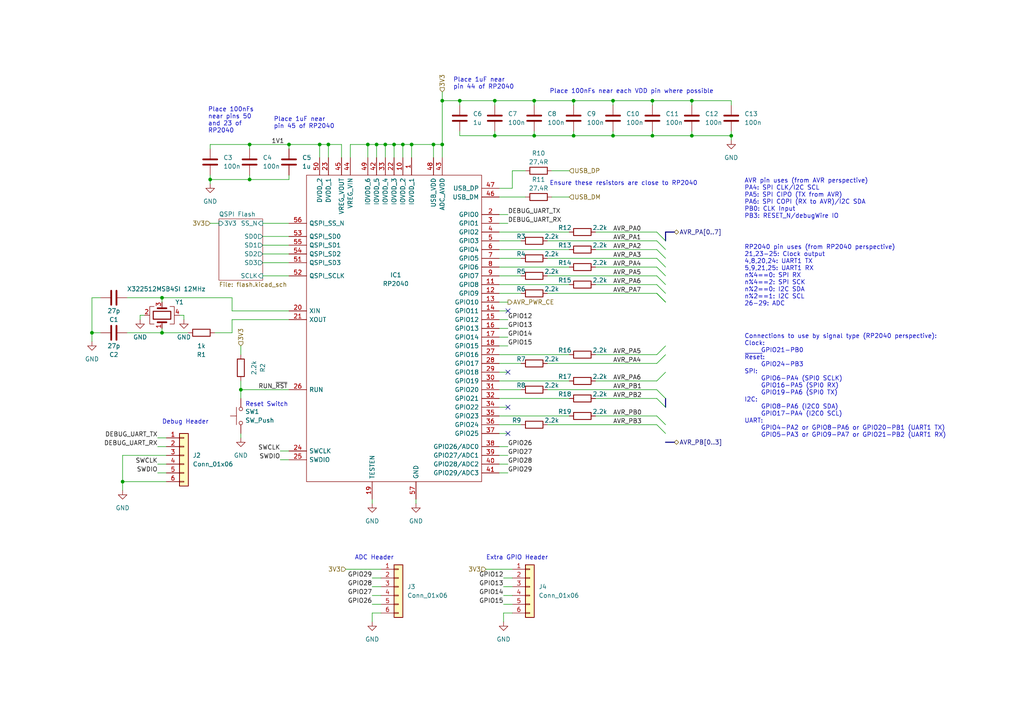
<source format=kicad_sch>
(kicad_sch (version 20210621) (generator eeschema)
  (paper "A4")
  (title_block (title "SUCSS Hardware Hacker"))
  (lib_symbols
    (symbol "Connector_Generic:Conn_01x06" (pin_names (offset 1.016) hide)
      (property "Reference" "J" (at 0 7.62 0))
      (property "Value" "Conn_01x06" (at 0 -10.16 0))
      (symbol "Conn_01x06_1_1"
        (rectangle (start -1.27 -7.493) (end 0 -7.747) (stroke (width 0.1524)))
        (rectangle (start -1.27 -4.953) (end 0 -5.207) (stroke (width 0.1524)))
        (rectangle (start -1.27 -2.413) (end 0 -2.667) (stroke (width 0.1524)))
        (rectangle (start -1.27 0.127) (end 0 -0.127) (stroke (width 0.1524)))
        (rectangle (start -1.27 2.667) (end 0 2.413) (stroke (width 0.1524)))
        (rectangle (start -1.27 5.207) (end 0 4.953) (stroke (width 0.1524)))
        (rectangle (start -1.27 6.35) (end 1.27 -8.89) (stroke (width 0.254)) (fill (type background)))
        (pin passive line (at -5.08 5.08 0) (length 3.81) (name "Pin_1") (number "1"))
        (pin passive line (at -5.08 2.54 0) (length 3.81) (name "Pin_2") (number "2"))
        (pin passive line (at -5.08 0 0) (length 3.81) (name "Pin_3") (number "3"))
        (pin passive line (at -5.08 -2.54 0) (length 3.81) (name "Pin_4") (number "4"))
        (pin passive line (at -5.08 -5.08 0) (length 3.81) (name "Pin_5") (number "5"))
        (pin passive line (at -5.08 -7.62 0) (length 3.81) (name "Pin_6") (number "6"))
      )
    )
    (symbol "Device:C" (pin_numbers hide) (pin_names (offset 0.254))
      (property "Reference" "C" (at 0.635 2.54 0))
      (property "Value" "C" (at 0.635 -2.54 0))
      (symbol "C_0_1"
        (polyline (pts (xy -2.032 -0.762) (xy 2.032 -0.762)) (stroke (width 0.508)))
        (polyline (pts (xy -2.032 0.762) (xy 2.032 0.762)) (stroke (width 0.508)))
      )
      (symbol "C_1_1"
        (pin passive line (at 0 3.81 270) (length 2.794) (name "~") (number "1"))
        (pin passive line (at 0 -3.81 90) (length 2.794) (name "~") (number "2"))
      )
    )
    (symbol "Device:Crystal_GND24" (pin_names (offset 1.016) hide)
      (property "Reference" "Y" (at 3.175 5.08 0))
      (property "Value" "Crystal_GND24" (at 3.175 3.175 0))
      (symbol "Crystal_GND24_0_1"
        (rectangle (start -1.143 2.54) (end 1.143 -2.54) (stroke (width 0.3048)))
        (polyline (pts (xy -2.54 0) (xy -2.032 0)))
        (polyline (pts (xy -2.032 -1.27) (xy -2.032 1.27)) (stroke (width 0.508)))
        (polyline (pts (xy 0 -3.81) (xy 0 -3.556)))
        (polyline (pts (xy 0 3.556) (xy 0 3.81)))
        (polyline (pts (xy 2.032 -1.27) (xy 2.032 1.27)) (stroke (width 0.508)))
        (polyline (pts (xy 2.032 0) (xy 2.54 0)))
        (polyline (pts (xy -2.54 -2.286) (xy -2.54 -3.556) (xy 2.54 -3.556) (xy 2.54 -2.286)))
        (polyline (pts (xy -2.54 2.286) (xy -2.54 3.556) (xy 2.54 3.556) (xy 2.54 2.286)))
      )
      (symbol "Crystal_GND24_1_1"
        (pin passive line (at -3.81 0 0) (length 1.27) (name "1") (number "1"))
        (pin passive line (at 0 5.08 270) (length 1.27) (name "2") (number "2"))
        (pin passive line (at 3.81 0 180) (length 1.27) (name "3") (number "3"))
        (pin passive line (at 0 -5.08 90) (length 1.27) (name "4") (number "4"))
      )
    )
    (symbol "Device:R" (pin_numbers hide) (pin_names (offset 0))
      (property "Reference" "R" (at 2.032 0 90))
      (property "Value" "R" (at 0 0 90))
      (symbol "R_0_1"
        (rectangle (start -1.016 -2.54) (end 1.016 2.54) (stroke (width 0.254)))
      )
      (symbol "R_1_1"
        (pin passive line (at 0 3.81 270) (length 1.27) (name "~") (number "1"))
        (pin passive line (at 0 -3.81 90) (length 1.27) (name "~") (number "2"))
      )
    )
    (symbol "RP2040:RP2040" (pin_names (offset 0.762))
      (property "Reference" "IC" (at 26.035 50.8 0))
      (property "Value" "RP2040" (at 26.035 48.26 0))
      (symbol "RP2040_0_0"
        (pin passive line (at 5.08 49.53 270) (length 5.08) (name "IOVDD_1") (number "1"))
        (pin passive line (at 2.54 49.53 270) (length 5.08) (name "IOVDD_2") (number "10"))
        (pin passive line (at 30.48 12.7 180) (length 5.08) (name "GPIO8") (number "11"))
        (pin passive line (at 30.48 10.16 180) (length 5.08) (name "GPIO9") (number "12"))
        (pin passive line (at 30.48 7.62 180) (length 5.08) (name "GPIO10") (number "13"))
        (pin passive line (at 30.48 5.08 180) (length 5.08) (name "GPIO11") (number "14"))
        (pin passive line (at 30.48 2.54 180) (length 5.08) (name "GPIO12") (number "15"))
        (pin passive line (at 30.48 0 180) (length 5.08) (name "GPIO13") (number "16"))
        (pin passive line (at 30.48 -2.54 180) (length 5.08) (name "GPIO14") (number "17"))
        (pin passive line (at 30.48 -5.08 180) (length 5.08) (name "GPIO15") (number "18"))
        (pin passive line (at -6.35 -49.53 90) (length 5.08) (name "TESTEN") (number "19"))
        (pin passive line (at 30.48 33.02 180) (length 5.08) (name "GPIO0") (number "2"))
        (pin passive line (at -30.48 5.08 0) (length 5.08) (name "XIN") (number "20"))
        (pin passive line (at -30.48 2.54 0) (length 5.08) (name "XOUT") (number "21"))
        (pin passive line (at 0 49.53 270) (length 5.08) (name "IOVDD_3") (number "22"))
        (pin passive line (at -19.05 49.53 270) (length 5.08) (name "DVDD_1") (number "23"))
        (pin passive line (at -30.48 -35.56 0) (length 5.08) (name "SWCLK") (number "24"))
        (pin passive line (at -30.48 -38.1 0) (length 5.08) (name "SWDIO") (number "25"))
        (pin passive line (at -30.48 -17.78 0) (length 5.08) (name "RUN") (number "26"))
        (pin passive line (at 30.48 -7.62 180) (length 5.08) (name "GPIO16") (number "27"))
        (pin passive line (at 30.48 -10.16 180) (length 5.08) (name "GPIO17") (number "28"))
        (pin passive line (at 30.48 -12.7 180) (length 5.08) (name "GPIO18") (number "29"))
        (pin passive line (at 30.48 30.48 180) (length 5.08) (name "GPIO1") (number "3"))
        (pin passive line (at 30.48 -15.24 180) (length 5.08) (name "GPIO19") (number "30"))
        (pin passive line (at 30.48 -17.78 180) (length 5.08) (name "GPIO20") (number "31"))
        (pin passive line (at 30.48 -20.32 180) (length 5.08) (name "GPIO21") (number "32"))
        (pin passive line (at -2.54 49.53 270) (length 5.08) (name "IOVDD_4") (number "33"))
        (pin passive line (at 30.48 -22.86 180) (length 5.08) (name "GPIO22") (number "34"))
        (pin passive line (at 30.48 -25.4 180) (length 5.08) (name "GPIO23") (number "35"))
        (pin passive line (at 30.48 -27.94 180) (length 5.08) (name "GPIO24") (number "36"))
        (pin passive line (at 30.48 -30.48 180) (length 5.08) (name "GPIO25") (number "37"))
        (pin passive line (at 30.48 -34.29 180) (length 5.08) (name "GPIO26/ADC0") (number "38"))
        (pin passive line (at 30.48 -36.83 180) (length 5.08) (name "GPIO27/ADC1") (number "39"))
        (pin passive line (at 30.48 27.94 180) (length 5.08) (name "GPIO2") (number "4"))
        (pin passive line (at 30.48 -39.37 180) (length 5.08) (name "GPIO28/ADC2") (number "40"))
        (pin passive line (at 30.48 -41.91 180) (length 5.08) (name "GPIO29/ADC3") (number "41"))
        (pin passive line (at -5.08 49.53 270) (length 5.08) (name "IOVDD_5") (number "42"))
        (pin passive line (at 13.97 49.53 270) (length 5.08) (name "ADC_AVDD") (number "43"))
        (pin passive line (at -12.7 49.53 270) (length 5.08) (name "VREG_VIN") (number "44"))
        (pin passive line (at -15.24 49.53 270) (length 5.08) (name "VREG_VOUT") (number "45"))
        (pin passive line (at 30.48 38.1 180) (length 5.08) (name "USB_DM") (number "46"))
        (pin passive line (at 30.48 40.64 180) (length 5.08) (name "USB_DP") (number "47"))
        (pin passive line (at 11.43 49.53 270) (length 5.08) (name "USB_VDD") (number "48"))
        (pin passive line (at -7.62 49.53 270) (length 5.08) (name "IOVDD_6") (number "49"))
        (pin passive line (at 30.48 25.4 180) (length 5.08) (name "GPIO3") (number "5"))
        (pin passive line (at -21.59 49.53 270) (length 5.08) (name "DVDD_2") (number "50"))
        (pin passive line (at -30.48 19.05 0) (length 5.08) (name "QSPI_SD3") (number "51"))
        (pin passive line (at -30.48 15.24 0) (length 5.08) (name "QSPI_SCLK") (number "52"))
        (pin passive line (at -30.48 26.67 0) (length 5.08) (name "QSPI_SD0") (number "53"))
        (pin passive line (at -30.48 21.59 0) (length 5.08) (name "QSPI_SD2") (number "54"))
        (pin passive line (at -30.48 24.13 0) (length 5.08) (name "QSPI_SD1") (number "55"))
        (pin passive line (at -30.48 30.48 0) (length 5.08) (name "QSPI_SS_N") (number "56"))
        (pin passive line (at 6.35 -49.53 90) (length 5.08) (name "GND") (number "57"))
        (pin passive line (at 30.48 22.86 180) (length 5.08) (name "GPIO4") (number "6"))
        (pin passive line (at 30.48 20.32 180) (length 5.08) (name "GPIO5") (number "7"))
        (pin passive line (at 30.48 17.78 180) (length 5.08) (name "GPIO6") (number "8"))
        (pin passive line (at 30.48 15.24 180) (length 5.08) (name "GPIO7") (number "9"))
      )
      (symbol "RP2040_0_1"
        (polyline (pts (xy -25.4 44.45) (xy 25.4 44.45) (xy 25.4 -44.45) (xy -25.4 -44.45) (xy -25.4 44.45)) (stroke (width 0.1524)))
      )
    )
    (symbol "Switch:SW_Push" (pin_numbers hide) (pin_names (offset 1.016) hide)
      (property "Reference" "SW" (at 1.27 2.54 0))
      (property "Value" "SW_Push" (at 0 -1.524 0))
      (symbol "SW_Push_0_1"
        (circle (center -2.032 0) (radius 0.508))
        (circle (center 2.032 0) (radius 0.508))
        (polyline (pts (xy 0 1.27) (xy 0 3.048)))
        (polyline (pts (xy 2.54 1.27) (xy -2.54 1.27)))
        (pin passive line (at -5.08 0 0) (length 2.54) (name "1") (number "1"))
        (pin passive line (at 5.08 0 180) (length 2.54) (name "2") (number "2"))
      )
    )
    (symbol "power:GND" (power) (pin_names (offset 0))
      (property "Value" "GND" (at 0 -3.81 0))
      (symbol "GND_0_1"
        (polyline (pts (xy 0 0) (xy 0 -1.27) (xy 1.27 -1.27) (xy 0 -2.54) (xy -1.27 -1.27) (xy 0 -1.27)))
      )
      (symbol "GND_1_1"
        (pin power_in line (at 0 0 270) (length 0) hide (name "GND") (number "1"))
      )
    )
  )
  (junction (at 26.67 96.52) (diameter 0.9144))
  (junction (at 35.56 139.7) (diameter 0.9144))
  (junction (at 46.99 86.36) (diameter 0.9144))
  (junction (at 46.99 96.52) (diameter 0.9144))
  (junction (at 60.96 52.07) (diameter 0.9144))
  (junction (at 69.85 113.03) (diameter 0.9144))
  (junction (at 72.39 41.91) (diameter 0.9144))
  (junction (at 72.39 52.07) (diameter 0.9144))
  (junction (at 83.82 41.91) (diameter 0.9144))
  (junction (at 92.71 41.91) (diameter 0.9144))
  (junction (at 95.25 41.91) (diameter 0.9144))
  (junction (at 106.68 41.91) (diameter 0.9144))
  (junction (at 109.22 41.91) (diameter 0.9144))
  (junction (at 111.76 41.91) (diameter 0.9144))
  (junction (at 114.3 41.91) (diameter 0.9144))
  (junction (at 116.84 41.91) (diameter 0.9144))
  (junction (at 119.38 41.91) (diameter 0.9144))
  (junction (at 125.73 41.91) (diameter 0.9144))
  (junction (at 128.27 29.21) (diameter 0.9144))
  (junction (at 128.27 41.91) (diameter 0.9144))
  (junction (at 133.35 29.21) (diameter 0.9144))
  (junction (at 143.51 29.21) (diameter 0.9144))
  (junction (at 143.51 39.37) (diameter 0.9144))
  (junction (at 154.94 29.21) (diameter 0.9144))
  (junction (at 154.94 39.37) (diameter 0.9144))
  (junction (at 166.37 29.21) (diameter 0.9144))
  (junction (at 166.37 39.37) (diameter 0.9144))
  (junction (at 177.8 29.21) (diameter 0.9144))
  (junction (at 177.8 39.37) (diameter 0.9144))
  (junction (at 189.23 29.21) (diameter 0.9144))
  (junction (at 189.23 39.37) (diameter 0.9144))
  (junction (at 200.66 29.21) (diameter 0.9144))
  (junction (at 200.66 39.37) (diameter 0.9144))
  (junction (at 212.09 39.37) (diameter 0.9144))
  (no_connect (at 147.32 90.17))
  (no_connect (at 147.32 107.95))
  (no_connect (at 147.32 118.11))
  (no_connect (at 147.32 125.73))
  (bus_entry (at 190.5 67.31) (size 2.54 2.54) (stroke (width 0.1524)))
  (bus_entry (at 190.5 69.85) (size 2.54 2.54) (stroke (width 0.1524)))
  (bus_entry (at 190.5 72.39) (size 2.54 2.54) (stroke (width 0.1524)))
  (bus_entry (at 190.5 74.93) (size 2.54 2.54) (stroke (width 0.1524)))
  (bus_entry (at 190.5 77.47) (size 2.54 2.54) (stroke (width 0.1524)))
  (bus_entry (at 190.5 80.01) (size 2.54 2.54) (stroke (width 0.1524)))
  (bus_entry (at 190.5 82.55) (size 2.54 2.54) (stroke (width 0.1524)))
  (bus_entry (at 190.5 85.09) (size 2.54 2.54) (stroke (width 0.1524)))
  (bus_entry (at 190.5 85.09) (size 2.54 2.54) (stroke (width 0.1524)))
  (bus_entry (at 190.5 102.87) (size 2.54 -2.54) (stroke (width 0.1524)))
  (bus_entry (at 190.5 105.41) (size 2.54 -2.54) (stroke (width 0.1524)))
  (bus_entry (at 190.5 110.49) (size 2.54 -2.54) (stroke (width 0.1524)))
  (bus_entry (at 190.5 113.03) (size 2.54 2.54) (stroke (width 0.1524)))
  (bus_entry (at 190.5 115.57) (size 2.54 2.54) (stroke (width 0.1524)))
  (bus_entry (at 190.5 120.65) (size 2.54 2.54) (stroke (width 0.1524)))
  (bus_entry (at 190.5 123.19) (size 2.54 2.54) (stroke (width 0.1524)))
  (wire (pts (xy 26.67 86.36) (xy 26.67 96.52)))
  (wire (pts (xy 26.67 96.52) (xy 26.67 99.06)))
  (wire (pts (xy 26.67 96.52) (xy 29.21 96.52)))
  (wire (pts (xy 29.21 86.36) (xy 26.67 86.36)))
  (wire (pts (xy 35.56 132.08) (xy 35.56 139.7)))
  (wire (pts (xy 35.56 139.7) (xy 35.56 142.24)))
  (wire (pts (xy 35.56 139.7) (xy 48.26 139.7)))
  (wire (pts (xy 36.83 86.36) (xy 46.99 86.36)))
  (wire (pts (xy 40.64 91.44) (xy 41.91 91.44)))
  (wire (pts (xy 40.64 92.71) (xy 40.64 91.44)))
  (wire (pts (xy 45.72 127) (xy 48.26 127)))
  (wire (pts (xy 45.72 129.54) (xy 48.26 129.54)))
  (wire (pts (xy 45.72 134.62) (xy 48.26 134.62)))
  (wire (pts (xy 45.72 137.16) (xy 48.26 137.16)))
  (wire (pts (xy 46.99 86.36) (xy 46.99 87.63)))
  (wire (pts (xy 46.99 86.36) (xy 67.31 86.36)))
  (wire (pts (xy 46.99 95.25) (xy 46.99 96.52)))
  (wire (pts (xy 46.99 96.52) (xy 36.83 96.52)))
  (wire (pts (xy 46.99 96.52) (xy 54.61 96.52)))
  (wire (pts (xy 48.26 132.08) (xy 35.56 132.08)))
  (wire (pts (xy 52.07 91.44) (xy 53.34 91.44)))
  (wire (pts (xy 53.34 91.44) (xy 53.34 92.71)))
  (wire (pts (xy 60.96 41.91) (xy 72.39 41.91)))
  (wire (pts (xy 60.96 43.18) (xy 60.96 41.91)))
  (wire (pts (xy 60.96 50.8) (xy 60.96 52.07)))
  (wire (pts (xy 60.96 52.07) (xy 60.96 53.34)))
  (wire (pts (xy 60.96 52.07) (xy 72.39 52.07)))
  (wire (pts (xy 60.96 64.77) (xy 63.5 64.77)))
  (wire (pts (xy 62.23 96.52) (xy 67.31 96.52)))
  (wire (pts (xy 67.31 86.36) (xy 67.31 90.17)))
  (wire (pts (xy 67.31 90.17) (xy 83.82 90.17)))
  (wire (pts (xy 67.31 92.71) (xy 67.31 96.52)))
  (wire (pts (xy 67.31 92.71) (xy 83.82 92.71)))
  (wire (pts (xy 69.85 100.33) (xy 69.85 102.87)))
  (wire (pts (xy 69.85 110.49) (xy 69.85 113.03)))
  (wire (pts (xy 69.85 113.03) (xy 69.85 115.57)))
  (wire (pts (xy 69.85 113.03) (xy 83.82 113.03)))
  (wire (pts (xy 69.85 125.73) (xy 69.85 127)))
  (wire (pts (xy 72.39 41.91) (xy 72.39 43.18)))
  (wire (pts (xy 72.39 41.91) (xy 83.82 41.91)))
  (wire (pts (xy 72.39 50.8) (xy 72.39 52.07)))
  (wire (pts (xy 72.39 52.07) (xy 83.82 52.07)))
  (wire (pts (xy 76.2 64.77) (xy 83.82 64.77)))
  (wire (pts (xy 76.2 68.58) (xy 83.82 68.58)))
  (wire (pts (xy 76.2 71.12) (xy 83.82 71.12)))
  (wire (pts (xy 76.2 73.66) (xy 83.82 73.66)))
  (wire (pts (xy 76.2 76.2) (xy 83.82 76.2)))
  (wire (pts (xy 76.2 80.01) (xy 83.82 80.01)))
  (wire (pts (xy 81.28 130.81) (xy 83.82 130.81)))
  (wire (pts (xy 81.28 133.35) (xy 83.82 133.35)))
  (wire (pts (xy 83.82 41.91) (xy 92.71 41.91)))
  (wire (pts (xy 83.82 43.18) (xy 83.82 41.91)))
  (wire (pts (xy 83.82 50.8) (xy 83.82 52.07)))
  (wire (pts (xy 92.71 41.91) (xy 92.71 45.72)))
  (wire (pts (xy 92.71 41.91) (xy 95.25 41.91)))
  (wire (pts (xy 95.25 41.91) (xy 99.06 41.91)))
  (wire (pts (xy 95.25 45.72) (xy 95.25 41.91)))
  (wire (pts (xy 99.06 45.72) (xy 99.06 41.91)))
  (wire (pts (xy 100.33 165.1) (xy 110.49 165.1)))
  (wire (pts (xy 101.6 41.91) (xy 101.6 45.72)))
  (wire (pts (xy 101.6 41.91) (xy 106.68 41.91)))
  (wire (pts (xy 106.68 41.91) (xy 109.22 41.91)))
  (wire (pts (xy 106.68 45.72) (xy 106.68 41.91)))
  (wire (pts (xy 107.95 144.78) (xy 107.95 146.05)))
  (wire (pts (xy 107.95 167.64) (xy 110.49 167.64)))
  (wire (pts (xy 107.95 170.18) (xy 110.49 170.18)))
  (wire (pts (xy 107.95 172.72) (xy 110.49 172.72)))
  (wire (pts (xy 107.95 175.26) (xy 110.49 175.26)))
  (wire (pts (xy 107.95 177.8) (xy 107.95 180.34)))
  (wire (pts (xy 107.95 177.8) (xy 110.49 177.8)))
  (wire (pts (xy 109.22 41.91) (xy 109.22 45.72)))
  (wire (pts (xy 109.22 41.91) (xy 111.76 41.91)))
  (wire (pts (xy 111.76 41.91) (xy 111.76 45.72)))
  (wire (pts (xy 111.76 41.91) (xy 114.3 41.91)))
  (wire (pts (xy 114.3 41.91) (xy 114.3 45.72)))
  (wire (pts (xy 114.3 41.91) (xy 116.84 41.91)))
  (wire (pts (xy 116.84 41.91) (xy 116.84 45.72)))
  (wire (pts (xy 116.84 41.91) (xy 119.38 41.91)))
  (wire (pts (xy 119.38 41.91) (xy 119.38 45.72)))
  (wire (pts (xy 119.38 41.91) (xy 125.73 41.91)))
  (wire (pts (xy 120.65 144.78) (xy 120.65 146.05)))
  (wire (pts (xy 125.73 41.91) (xy 125.73 45.72)))
  (wire (pts (xy 125.73 41.91) (xy 128.27 41.91)))
  (wire (pts (xy 128.27 26.67) (xy 128.27 29.21)))
  (wire (pts (xy 128.27 29.21) (xy 128.27 41.91)))
  (wire (pts (xy 128.27 45.72) (xy 128.27 41.91)))
  (wire (pts (xy 133.35 29.21) (xy 128.27 29.21)))
  (wire (pts (xy 133.35 30.48) (xy 133.35 29.21)))
  (wire (pts (xy 133.35 38.1) (xy 133.35 39.37)))
  (wire (pts (xy 133.35 39.37) (xy 143.51 39.37)))
  (wire (pts (xy 140.97 165.1) (xy 148.59 165.1)))
  (wire (pts (xy 143.51 29.21) (xy 133.35 29.21)))
  (wire (pts (xy 143.51 29.21) (xy 154.94 29.21)))
  (wire (pts (xy 143.51 30.48) (xy 143.51 29.21)))
  (wire (pts (xy 143.51 38.1) (xy 143.51 39.37)))
  (wire (pts (xy 143.51 39.37) (xy 154.94 39.37)))
  (wire (pts (xy 144.78 54.61) (xy 148.59 54.61)))
  (wire (pts (xy 144.78 57.15) (xy 152.4 57.15)))
  (wire (pts (xy 144.78 62.23) (xy 147.32 62.23)))
  (wire (pts (xy 144.78 64.77) (xy 147.32 64.77)))
  (wire (pts (xy 144.78 67.31) (xy 165.1 67.31)))
  (wire (pts (xy 144.78 69.85) (xy 151.13 69.85)))
  (wire (pts (xy 144.78 72.39) (xy 165.1 72.39)))
  (wire (pts (xy 144.78 74.93) (xy 151.13 74.93)))
  (wire (pts (xy 144.78 77.47) (xy 165.1 77.47)))
  (wire (pts (xy 144.78 80.01) (xy 151.13 80.01)))
  (wire (pts (xy 144.78 82.55) (xy 165.1 82.55)))
  (wire (pts (xy 144.78 85.09) (xy 151.13 85.09)))
  (wire (pts (xy 144.78 87.63) (xy 147.32 87.63)))
  (wire (pts (xy 144.78 90.17) (xy 147.32 90.17)))
  (wire (pts (xy 144.78 92.71) (xy 147.32 92.71)))
  (wire (pts (xy 144.78 95.25) (xy 147.32 95.25)))
  (wire (pts (xy 144.78 97.79) (xy 147.32 97.79)))
  (wire (pts (xy 144.78 100.33) (xy 147.32 100.33)))
  (wire (pts (xy 144.78 102.87) (xy 165.1 102.87)))
  (wire (pts (xy 144.78 105.41) (xy 151.13 105.41)))
  (wire (pts (xy 144.78 107.95) (xy 147.32 107.95)))
  (wire (pts (xy 144.78 110.49) (xy 165.1 110.49)))
  (wire (pts (xy 144.78 113.03) (xy 151.13 113.03)))
  (wire (pts (xy 144.78 115.57) (xy 165.1 115.57)))
  (wire (pts (xy 144.78 118.11) (xy 147.32 118.11)))
  (wire (pts (xy 144.78 120.65) (xy 165.1 120.65)))
  (wire (pts (xy 144.78 123.19) (xy 151.13 123.19)))
  (wire (pts (xy 144.78 125.73) (xy 147.32 125.73)))
  (wire (pts (xy 144.78 129.54) (xy 147.32 129.54)))
  (wire (pts (xy 144.78 132.08) (xy 147.32 132.08)))
  (wire (pts (xy 144.78 134.62) (xy 147.32 134.62)))
  (wire (pts (xy 144.78 137.16) (xy 147.32 137.16)))
  (wire (pts (xy 146.05 167.64) (xy 148.59 167.64)))
  (wire (pts (xy 146.05 170.18) (xy 148.59 170.18)))
  (wire (pts (xy 146.05 172.72) (xy 148.59 172.72)))
  (wire (pts (xy 146.05 175.26) (xy 148.59 175.26)))
  (wire (pts (xy 146.05 177.8) (xy 146.05 180.34)))
  (wire (pts (xy 146.05 177.8) (xy 148.59 177.8)))
  (wire (pts (xy 148.59 49.53) (xy 152.4 49.53)))
  (wire (pts (xy 148.59 54.61) (xy 148.59 49.53)))
  (wire (pts (xy 154.94 29.21) (xy 154.94 30.48)))
  (wire (pts (xy 154.94 29.21) (xy 166.37 29.21)))
  (wire (pts (xy 154.94 38.1) (xy 154.94 39.37)))
  (wire (pts (xy 154.94 39.37) (xy 166.37 39.37)))
  (wire (pts (xy 158.75 69.85) (xy 190.5 69.85)))
  (wire (pts (xy 158.75 74.93) (xy 190.5 74.93)))
  (wire (pts (xy 158.75 80.01) (xy 190.5 80.01)))
  (wire (pts (xy 158.75 85.09) (xy 190.5 85.09)))
  (wire (pts (xy 158.75 105.41) (xy 190.5 105.41)))
  (wire (pts (xy 158.75 113.03) (xy 190.5 113.03)))
  (wire (pts (xy 158.75 123.19) (xy 190.5 123.19)))
  (wire (pts (xy 160.02 49.53) (xy 165.1 49.53)))
  (wire (pts (xy 160.02 57.15) (xy 165.1 57.15)))
  (wire (pts (xy 166.37 29.21) (xy 166.37 30.48)))
  (wire (pts (xy 166.37 29.21) (xy 177.8 29.21)))
  (wire (pts (xy 166.37 38.1) (xy 166.37 39.37)))
  (wire (pts (xy 166.37 39.37) (xy 177.8 39.37)))
  (wire (pts (xy 172.72 67.31) (xy 190.5 67.31)))
  (wire (pts (xy 172.72 72.39) (xy 190.5 72.39)))
  (wire (pts (xy 172.72 77.47) (xy 190.5 77.47)))
  (wire (pts (xy 172.72 82.55) (xy 190.5 82.55)))
  (wire (pts (xy 172.72 102.87) (xy 190.5 102.87)))
  (wire (pts (xy 172.72 110.49) (xy 190.5 110.49)))
  (wire (pts (xy 172.72 115.57) (xy 190.5 115.57)))
  (wire (pts (xy 172.72 120.65) (xy 190.5 120.65)))
  (wire (pts (xy 177.8 29.21) (xy 177.8 30.48)))
  (wire (pts (xy 177.8 29.21) (xy 189.23 29.21)))
  (wire (pts (xy 177.8 38.1) (xy 177.8 39.37)))
  (wire (pts (xy 177.8 39.37) (xy 189.23 39.37)))
  (wire (pts (xy 189.23 29.21) (xy 189.23 30.48)))
  (wire (pts (xy 189.23 29.21) (xy 200.66 29.21)))
  (wire (pts (xy 189.23 38.1) (xy 189.23 39.37)))
  (wire (pts (xy 189.23 39.37) (xy 200.66 39.37)))
  (wire (pts (xy 200.66 29.21) (xy 200.66 30.48)))
  (wire (pts (xy 200.66 29.21) (xy 212.09 29.21)))
  (wire (pts (xy 200.66 39.37) (xy 200.66 38.1)))
  (wire (pts (xy 200.66 39.37) (xy 212.09 39.37)))
  (wire (pts (xy 212.09 29.21) (xy 212.09 30.48)))
  (wire (pts (xy 212.09 39.37) (xy 212.09 38.1)))
  (wire (pts (xy 212.09 39.37) (xy 212.09 40.64)))
  (bus (pts (xy 193.04 67.31) (xy 193.04 107.95)))
  (bus (pts (xy 193.04 115.57) (xy 193.04 128.27)))
  (bus (pts (xy 193.04 128.27) (xy 195.58 128.27)))
  (bus (pts (xy 195.58 67.31) (xy 193.04 67.31)))
  (text "Debug Header" (at 46.99 123.19 0) (effects (font (size 1.27 1.27)) (justify left bottom)))
  (text "Place 100nFs\nnear pins 50\nand 23 of\nRP2040\n" (at 60.325 38.735 0) (effects (font (size 1.27 1.27)) (justify left bottom)))
  (text "Reset Switch\n" (at 71.12 118.11 0) (effects (font (size 1.27 1.27)) (justify left bottom)))
  (text "Place 1uF near\npin 45 of RP2040" (at 79.375 37.465 0) (effects (font (size 1.27 1.27)) (justify left bottom)))
  (text "ADC Header\n" (at 102.87 162.56 0) (effects (font (size 1.27 1.27)) (justify left bottom)))
  (text "Place 1uF near\npin 44 of RP2040" (at 131.445 26.035 0) (effects (font (size 1.27 1.27)) (justify left bottom)))
  (text "Extra GPIO Header\n" (at 140.97 162.56 0) (effects (font (size 1.27 1.27)) (justify left bottom)))
  (text "Place 100nFs near each VDD pin where possible" (at 159.385 27.305 0) (effects (font (size 1.27 1.27)) (justify left bottom)))
  (text "Ensure these resistors are close to RP2040" (at 159.385 53.975 0) (effects (font (size 1.27 1.27)) (justify left bottom)))
  (text "AVR pin uses (from AVR perspective)\nPA4: SPI CLK/I2C SCL\nPA5: SPI CIPO (TX from AVR)\nPA6: SPI COPI (RX to AVR)/I2C SDA\nPB0: CLK Input\nPB3: RESET_N/debugWire IO\n" (at 215.9 63.5 0) (effects (font (size 1.27 1.27)) (justify left bottom)))
  (text "RP2040 pin uses (from RP2040 perspective)\n21,23-25: Clock output\n4,8,20,24: UART1 TX\n5,9,21,25: UART1 RX\nn%4==0: SPI RX\nn%4==2: SPI SCK\nn%2==0: I2C SDA\nn%2==1: I2C SCL\n26-29: ADC\n" (at 215.9 88.9 0) (effects (font (size 1.27 1.27)) (justify left bottom)))
  (text "Connections to use by signal type (RP2040 perspective):\nClock:\n	GPIO21-PB0\n~{Reset}:\n	GPIO24-PB3\nSPI:\n	GPIO6-PA4 (SPI0 SCLK)\n	GPIO16-PA5 (SPI0 RX)\n	GPIO19-PA6 (SPI0 TX)\nI2C:\n	GPIO8-PA6 (I2C0 SDA)\n	GPIO17-PA4 (I2C0 SCL)\nUART:\n	GPIO4-PA2 or GPIO8-PA6 or GPIO20-PB1 (UART1 TX)\n	GPIO5-PA3 or GPIO9-PA7 or GPIO21-PB2 (UART1 RX)" (at 215.9 127 0) (effects (font (size 1.27 1.27)) (justify left bottom)))
  (label "DEBUG_UART_TX" (at 45.72 127 180))
  (label "DEBUG_UART_RX" (at 45.72 129.54 180))
  (label "SWCLK" (at 45.72 134.62 180))
  (label "SWDIO" (at 45.72 137.16 180))
  (label "RUN_~{RST}" (at 74.93 113.03 0))
  (label "1V1" (at 78.74 41.91 0))
  (label "SWCLK" (at 81.28 130.81 180))
  (label "SWDIO" (at 81.28 133.35 180))
  (label "GPIO29" (at 107.95 167.64 180))
  (label "GPIO28" (at 107.95 170.18 180))
  (label "GPIO27" (at 107.95 172.72 180))
  (label "GPIO26" (at 107.95 175.26 180))
  (label "GPIO12" (at 146.05 167.64 180))
  (label "GPIO13" (at 146.05 170.18 180))
  (label "GPIO14" (at 146.05 172.72 180))
  (label "GPIO15" (at 146.05 175.26 180))
  (label "DEBUG_UART_TX" (at 147.32 62.23 0))
  (label "DEBUG_UART_RX" (at 147.32 64.77 0))
  (label "GPIO12" (at 147.32 92.71 0))
  (label "GPIO13" (at 147.32 95.25 0))
  (label "GPIO14" (at 147.32 97.79 0))
  (label "GPIO15" (at 147.32 100.33 0))
  (label "GPIO26" (at 147.32 129.54 0))
  (label "GPIO27" (at 147.32 132.08 0))
  (label "GPIO28" (at 147.32 134.62 0))
  (label "GPIO29" (at 147.32 137.16 0))
  (label "AVR_PA0" (at 177.8 67.31 0))
  (label "AVR_PA1" (at 177.8 69.85 0))
  (label "AVR_PA2" (at 177.8 72.39 0))
  (label "AVR_PA3" (at 177.8 74.93 0))
  (label "AVR_PA4" (at 177.8 77.47 0))
  (label "AVR_PA5" (at 177.8 80.01 0))
  (label "AVR_PA6" (at 177.8 82.55 0))
  (label "AVR_PA7" (at 177.8 85.09 0))
  (label "AVR_PA5" (at 177.8 102.87 0))
  (label "AVR_PA4" (at 177.8 105.41 0))
  (label "AVR_PA6" (at 177.8 110.49 0))
  (label "AVR_PB1" (at 177.8 113.03 0))
  (label "AVR_PB2" (at 177.8 115.57 0))
  (label "AVR_PB0" (at 177.8 120.65 0))
  (label "AVR_PB3" (at 177.8 123.19 0))
  (hierarchical_label "3V3" (shape input) (at 60.96 64.77 180))
  (hierarchical_label "3V3" (shape input) (at 69.85 100.33 90))
  (hierarchical_label "3V3" (shape input) (at 100.33 165.1 180))
  (hierarchical_label "3V3" (shape input) (at 128.27 26.67 90))
  (hierarchical_label "3V3" (shape input) (at 140.97 165.1 180))
  (hierarchical_label "AVR_PWR_CE" (shape output) (at 147.32 87.63 0))
  (hierarchical_label "USB_DP" (shape input) (at 165.1 49.53 0))
  (hierarchical_label "USB_DM" (shape input) (at 165.1 57.15 0))
  (hierarchical_label "AVR_PA[0..7]" (shape tri_state) (at 195.58 67.31 0))
  (hierarchical_label "AVR_PB[0..3]" (shape tri_state) (at 195.58 128.27 0))
  (symbol (lib_id "power:GND") (at 26.67 99.06 0) (unit 1)
    (property "Reference" "#PWR02" (effects hide))
    (property "Value" "GND" (at 26.67 104.14 0))
  )
  (symbol (lib_id "power:GND") (at 35.56 142.24 0) (unit 1)
    (property "Reference" "#PWR03" (effects hide))
    (property "Value" "GND" (at 35.56 147.32 0))
  )
  (symbol (lib_id "power:GND") (at 40.64 92.71 0) (unit 1)
    (property "Reference" "#PWR04" (effects hide))
    (property "Value" "GND" (at 40.64 97.79 0))
  )
  (symbol (lib_id "power:GND") (at 53.34 92.71 0) (unit 1)
    (property "Reference" "#PWR05" (effects hide))
    (property "Value" "GND" (at 53.34 97.79 0))
  )
  (symbol (lib_id "power:GND") (at 60.96 53.34 0) (unit 1)
    (property "Reference" "#PWR06" (effects hide))
    (property "Value" "GND" (at 60.96 58.42 0))
  )
  (symbol (lib_id "power:GND") (at 69.85 127 0) (unit 1)
    (property "Reference" "#PWR07" (effects hide))
    (property "Value" "GND" (at 69.85 132.08 0))
  )
  (symbol (lib_id "power:GND") (at 107.95 146.05 0) (unit 1)
    (property "Reference" "#PWR08" (effects hide))
    (property "Value" "GND" (at 107.95 151.13 0))
  )
  (symbol (lib_id "power:GND") (at 107.95 180.34 0) (unit 1)
    (property "Reference" "#PWR09" (effects hide))
    (property "Value" "GND" (at 107.95 185.42 0))
  )
  (symbol (lib_id "power:GND") (at 120.65 146.05 0) (unit 1)
    (property "Reference" "#PWR010" (effects hide))
    (property "Value" "GND" (at 120.65 151.13 0))
  )
  (symbol (lib_id "power:GND") (at 146.05 180.34 0) (unit 1)
    (property "Reference" "#PWR011" (effects hide))
    (property "Value" "GND" (at 146.05 185.42 0))
  )
  (symbol (lib_id "power:GND") (at 212.09 40.64 0) (unit 1)
    (property "Reference" "#PWR012" (effects hide))
    (property "Value" "GND" (at 212.09 45.72 0))
  )
  (symbol (lib_id "Device:R") (at 58.42 96.52 270) (unit 1)
    (property "Reference" "R1" (at 58.42 102.87 90))
    (property "Value" "1k" (at 58.42 100.33 90))
    (property "Footprint" "Resistor_SMD:R_0402_1005Metric" (effects hide))
  )
  (symbol (lib_id "Device:R") (at 69.85 106.68 0) (unit 1)
    (property "Reference" "R2" (at 76.2 106.68 90))
    (property "Value" "2.2k" (at 73.66 106.68 90))
    (property "Footprint" "Resistor_SMD:R_0603_1608Metric" (effects hide))
  )
  (symbol (lib_id "Device:R") (at 154.94 69.85 90) (unit 1)
    (property "Reference" "R3" (at 151.13 68.58 90))
    (property "Value" "2.2k" (at 160.02 68.58 90))
    (property "Footprint" "Resistor_SMD:R_0603_1608Metric" (effects hide))
  )
  (symbol (lib_id "Device:R") (at 154.94 74.93 90) (unit 1)
    (property "Reference" "R4" (at 151.13 73.66 90))
    (property "Value" "2.2k" (at 160.02 73.66 90))
    (property "Footprint" "Resistor_SMD:R_0603_1608Metric" (effects hide))
  )
  (symbol (lib_id "Device:R") (at 154.94 80.01 90) (unit 1)
    (property "Reference" "R5" (at 151.13 78.74 90))
    (property "Value" "2.2k" (at 160.02 78.74 90))
    (property "Footprint" "Resistor_SMD:R_0603_1608Metric" (effects hide))
  )
  (symbol (lib_id "Device:R") (at 154.94 85.09 90) (unit 1)
    (property "Reference" "R6" (at 151.13 83.82 90))
    (property "Value" "2.2k" (at 160.02 83.82 90))
    (property "Footprint" "Resistor_SMD:R_0603_1608Metric" (effects hide))
  )
  (symbol (lib_id "Device:R") (at 154.94 105.41 90) (unit 1)
    (property "Reference" "R7" (at 151.13 104.14 90))
    (property "Value" "2.2k" (at 160.02 104.14 90))
    (property "Footprint" "Resistor_SMD:R_0603_1608Metric" (effects hide))
  )
  (symbol (lib_id "Device:R") (at 154.94 113.03 90) (unit 1)
    (property "Reference" "R8" (at 151.13 111.76 90))
    (property "Value" "2.2k" (at 160.02 111.76 90))
    (property "Footprint" "Resistor_SMD:R_0603_1608Metric" (effects hide))
  )
  (symbol (lib_id "Device:R") (at 154.94 123.19 90) (unit 1)
    (property "Reference" "R9" (at 149.86 121.92 90))
    (property "Value" "2.2k" (at 160.02 121.92 90))
    (property "Footprint" "Resistor_SMD:R_0603_1608Metric" (effects hide))
  )
  (symbol (lib_id "Device:R") (at 156.21 49.53 90) (unit 1)
    (property "Reference" "R10" (at 156.21 44.45 90))
    (property "Value" "27.4R" (at 156.21 46.99 90))
    (property "Footprint" "Resistor_SMD:R_0402_1005Metric" (effects hide))
  )
  (symbol (lib_id "Device:R") (at 156.21 57.15 90) (unit 1)
    (property "Reference" "R11" (at 156.21 52.07 90))
    (property "Value" "27.4R" (at 156.21 54.61 90))
    (property "Footprint" "Resistor_SMD:R_0402_1005Metric" (effects hide))
  )
  (symbol (lib_id "Device:R") (at 168.91 67.31 90) (unit 1)
    (property "Reference" "R12" (at 163.83 66.04 90))
    (property "Value" "2.2k" (at 173.99 66.04 90))
    (property "Footprint" "Resistor_SMD:R_0603_1608Metric" (effects hide))
  )
  (symbol (lib_id "Device:R") (at 168.91 72.39 90) (unit 1)
    (property "Reference" "R13" (at 163.83 71.12 90))
    (property "Value" "2.2k" (at 173.99 71.12 90))
    (property "Footprint" "Resistor_SMD:R_0603_1608Metric" (effects hide))
  )
  (symbol (lib_id "Device:R") (at 168.91 77.47 90) (unit 1)
    (property "Reference" "R14" (at 163.83 76.2 90))
    (property "Value" "2.2k" (at 173.99 76.2 90))
    (property "Footprint" "Resistor_SMD:R_0603_1608Metric" (effects hide))
  )
  (symbol (lib_id "Device:R") (at 168.91 82.55 90) (unit 1)
    (property "Reference" "R15" (at 163.83 81.28 90))
    (property "Value" "2.2k" (at 173.99 81.28 90))
    (property "Footprint" "Resistor_SMD:R_0603_1608Metric" (effects hide))
  )
  (symbol (lib_id "Device:R") (at 168.91 102.87 90) (unit 1)
    (property "Reference" "R16" (at 163.83 101.6 90))
    (property "Value" "2.2k" (at 173.99 101.6 90))
    (property "Footprint" "Resistor_SMD:R_0603_1608Metric" (effects hide))
  )
  (symbol (lib_id "Device:R") (at 168.91 110.49 90) (unit 1)
    (property "Reference" "R17" (at 163.83 109.22 90))
    (property "Value" "2.2k" (at 173.99 109.22 90))
    (property "Footprint" "Resistor_SMD:R_0603_1608Metric" (effects hide))
  )
  (symbol (lib_id "Device:R") (at 168.91 115.57 90) (unit 1)
    (property "Reference" "R18" (at 163.83 114.3 90))
    (property "Value" "2.2k" (at 173.99 114.3 90))
    (property "Footprint" "Resistor_SMD:R_0603_1608Metric" (effects hide))
  )
  (symbol (lib_id "Device:R") (at 168.91 120.65 90) (unit 1)
    (property "Reference" "R19" (at 163.83 119.38 90))
    (property "Value" "2.2k" (at 173.99 119.38 90))
    (property "Footprint" "Resistor_SMD:R_0603_1608Metric" (effects hide))
  )
  (symbol (lib_id "Device:C") (at 33.02 86.36 270) (unit 1)
    (property "Reference" "C1" (at 33.02 92.71 90))
    (property "Value" "27p" (at 33.02 90.17 90))
    (property "Footprint" "Capacitor_SMD:C_0402_1005Metric" (effects hide))
  )
  (symbol (lib_id "Device:C") (at 33.02 96.52 270) (unit 1)
    (property "Reference" "C2" (at 33.02 102.87 90))
    (property "Value" "27p" (at 33.02 100.33 90))
    (property "Footprint" "Capacitor_SMD:C_0402_1005Metric" (effects hide))
  )
  (symbol (lib_id "Device:C") (at 60.96 46.99 0) (unit 1)
    (property "Reference" "C3" (at 64.77 45.7199 0) (effects (justify left)))
    (property "Value" "100n" (at 64.77 48.2599 0) (effects (justify left)))
    (property "Footprint" "Capacitor_SMD:C_0402_1005Metric" (effects hide))
  )
  (symbol (lib_id "Device:C") (at 72.39 46.99 0) (unit 1)
    (property "Reference" "C4" (at 76.2 45.7199 0) (effects (justify left)))
    (property "Value" "100n" (at 76.2 48.2599 0) (effects (justify left)))
    (property "Footprint" "Capacitor_SMD:C_0402_1005Metric" (effects hide))
  )
  (symbol (lib_id "Device:C") (at 83.82 46.99 0) (unit 1)
    (property "Reference" "C5" (at 87.63 45.7199 0) (effects (justify left)))
    (property "Value" "1u" (at 87.63 48.2599 0) (effects (justify left)))
    (property "Footprint" "Capacitor_SMD:C_0805_2012Metric" (effects hide))
  )
  (symbol (lib_id "Device:C") (at 133.35 34.29 0) (unit 1)
    (property "Reference" "C6" (at 137.16 33.0199 0) (effects (justify left)))
    (property "Value" "1u" (at 137.16 35.5599 0) (effects (justify left)))
    (property "Footprint" "Capacitor_SMD:C_0805_2012Metric" (effects hide))
  )
  (symbol (lib_id "Device:C") (at 143.51 34.29 0) (unit 1)
    (property "Reference" "C7" (at 147.32 33.0199 0) (effects (justify left)))
    (property "Value" "100n" (at 147.32 35.5599 0) (effects (justify left)))
    (property "Footprint" "Capacitor_SMD:C_0402_1005Metric" (effects hide))
  )
  (symbol (lib_id "Device:C") (at 154.94 34.29 0) (unit 1)
    (property "Reference" "C8" (at 158.75 33.0199 0) (effects (justify left)))
    (property "Value" "100n" (at 158.75 35.5599 0) (effects (justify left)))
    (property "Footprint" "Capacitor_SMD:C_0402_1005Metric" (effects hide))
  )
  (symbol (lib_id "Device:C") (at 166.37 34.29 0) (unit 1)
    (property "Reference" "C9" (at 170.18 33.0199 0) (effects (justify left)))
    (property "Value" "100n" (at 170.18 35.5599 0) (effects (justify left)))
    (property "Footprint" "Capacitor_SMD:C_0402_1005Metric" (effects hide))
  )
  (symbol (lib_id "Device:C") (at 177.8 34.29 0) (unit 1)
    (property "Reference" "C10" (at 181.61 33.0199 0) (effects (justify left)))
    (property "Value" "100n" (at 181.61 35.5599 0) (effects (justify left)))
    (property "Footprint" "Capacitor_SMD:C_0402_1005Metric" (effects hide))
  )
  (symbol (lib_id "Device:C") (at 189.23 34.29 0) (unit 1)
    (property "Reference" "C11" (at 193.04 33.0199 0) (effects (justify left)))
    (property "Value" "100n" (at 193.04 35.5599 0) (effects (justify left)))
    (property "Footprint" "Capacitor_SMD:C_0402_1005Metric" (effects hide))
  )
  (symbol (lib_id "Device:C") (at 200.66 34.29 0) (unit 1)
    (property "Reference" "C12" (at 204.47 33.0199 0) (effects (justify left)))
    (property "Value" "100n" (at 204.47 35.5599 0) (effects (justify left)))
    (property "Footprint" "Capacitor_SMD:C_0402_1005Metric" (effects hide))
  )
  (symbol (lib_id "Device:C") (at 212.09 34.29 0) (unit 1)
    (property "Reference" "C13" (at 215.9 33.0199 0) (effects (justify left)))
    (property "Value" "100n" (at 215.9 35.5599 0) (effects (justify left)))
    (property "Footprint" "Capacitor_SMD:C_0402_1005Metric" (effects hide))
  )
  (symbol (lib_id "Switch:SW_Push") (at 69.85 120.65 90) (unit 1)
    (property "Reference" "SW1" (at 71.12 119.3799 90) (effects (justify right)))
    (property "Value" "SW_Push" (at 71.12 121.9199 90) (effects (justify right)))
    (property "Footprint" "Button_Switch_SMD:SW_SPST_SKQG_WithStem" (effects hide))
  )
  (symbol (lib_id "Device:Crystal_GND24") (at 46.99 91.44 90) (unit 1)
    (property "Reference" "Y1" (at 50.8 87.6299 90) (effects (justify right)))
    (property "Value" "X322512MSB4SI 12MHz" (at 36.83 83.8199 90) (effects (justify right)))
    (property "Footprint" "Crystal:Crystal_SMD_3225-4Pin_3.2x2.5mm" (effects hide))
  )
  (symbol (lib_id "Connector_Generic:Conn_01x06") (at 53.34 132.08 0) (unit 1)
    (property "Reference" "J2" (at 55.88 132.0799 0) (effects (justify left)))
    (property "Value" "Conn_01x06" (at 55.88 134.6199 0) (effects (justify left)))
    (property "Footprint" "Connector_PinHeader_2.54mm:PinHeader_1x06_P2.54mm_Vertical" (effects hide))
  )
  (symbol (lib_id "Connector_Generic:Conn_01x06") (at 115.57 170.18 0) (unit 1)
    (property "Reference" "J3" (at 118.11 170.1799 0) (effects (justify left)))
    (property "Value" "Conn_01x06" (at 118.11 172.7199 0) (effects (justify left)))
    (property "Footprint" "Connector_PinHeader_2.54mm:PinHeader_1x06_P2.54mm_Vertical" (effects hide))
  )
  (symbol (lib_id "Connector_Generic:Conn_01x06") (at 153.67 170.18 0) (unit 1)
    (property "Reference" "J4" (at 156.21 170.1799 0) (effects (justify left)))
    (property "Value" "Conn_01x06" (at 156.21 172.7199 0) (effects (justify left)))
    (property "Footprint" "Connector_PinHeader_2.54mm:PinHeader_1x06_P2.54mm_Vertical" (effects hide))
  )
  (symbol (lib_id "RP2040:RP2040") (at 114.3 95.25 0) (unit 1)
    (property "Reference" "IC1" (at 114.808 79.756 0))
    (property "Value" "RP2040" (at 114.808 82.296 0))
    (property "Footprint" "RP2040:RP2040-QFN-56" (effects hide))
    (property "Datasheet" "https://datasheets.raspberrypi.org/rp2040/rp2040-datasheet.pdf" (effects hide))
    (property "Description" "Microcontroller in QFN Package" (effects hide))
    (property "Height" "0.9" (effects hide))
    (property "Manufacturer_Name" "RASPBERRY-PI" (effects hide))
    (property "Manufacturer_Part_Number" "RP2040" (effects hide))
  )
  (sheet (at 63.5 63.5) (size 12.7 17.78) (stroke (width 0.0006))
    (property "Sheet name" "QSPI Flash" (at 63.5 62.8643 0) (effects (justify left bottom)))
    (property "Sheet file" "flash.kicad_sch" (at 63.5 81.7887 0) (effects (justify left top)))
    (pin "SD0" output (at 76.2 68.58 0))
    (pin "SD1" output (at 76.2 71.12 0))
    (pin "SD2" output (at 76.2 73.66 0))
    (pin "SD3" output (at 76.2 76.2 0))
    (pin "SCLK" input (at 76.2 80.01 0))
    (pin "3V3" input (at 63.5 64.77 180))
    (pin "SS_N" input (at 76.2 64.77 0))
  )
)
</source>
